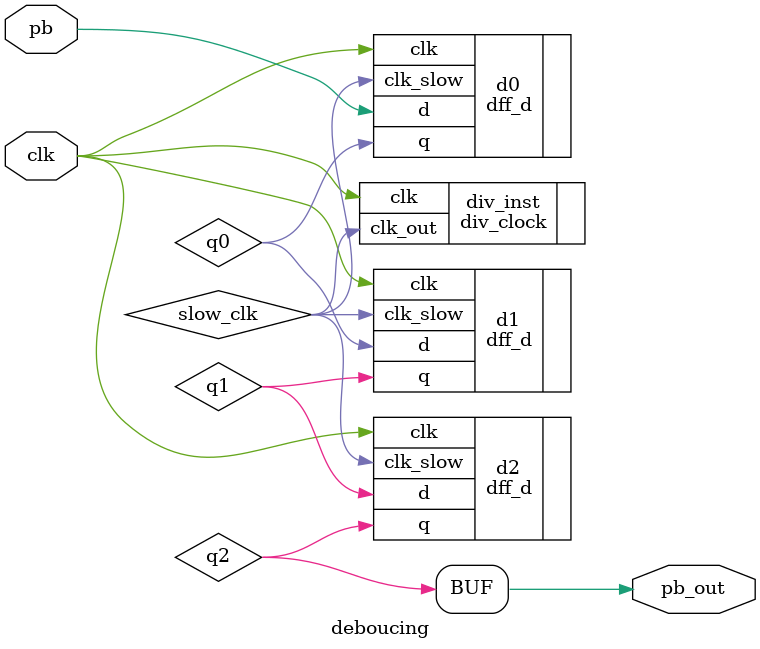
<source format=sv>
module deboucing(
 input logic pb, clk,
 output logic pb_out
);
wire slow_clk;
wire q0, q1, q2; // q2_neg não é mais necessária para esta lógica de saída

div_clock div_inst(.clk(clk), .clk_out(slow_clk));

dff_d d0(.d(pb), .clk(clk), .clk_slow(slow_clk), .q(q0));
dff_d d1(.d(q0), .clk(clk), .clk_slow(slow_clk), .q(q1));
dff_d d2(.d(q1), .clk(clk), .clk_slow(slow_clk), .q(q2));

//assign q2_neg = ~q2;
//assign pb_out = q2_neg & q1; // Lógica de pulso anterior
assign pb_out = q2;

endmodule
</source>
